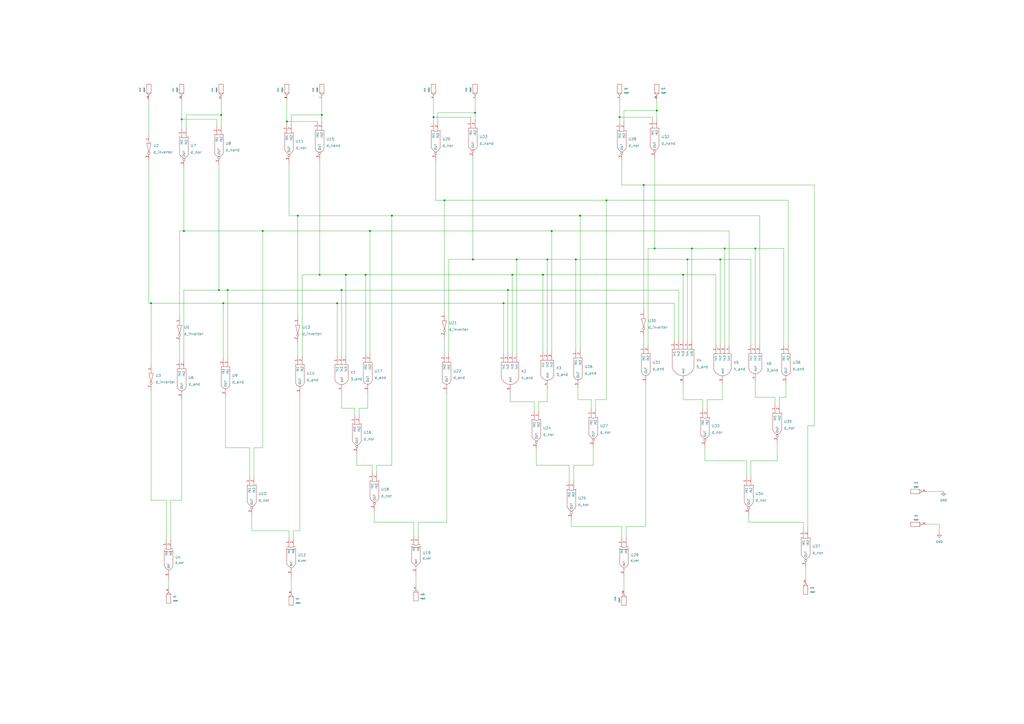
<source format=kicad_sch>
(kicad_sch (version 20211123) (generator eeschema)
  (paper "A2")
  (lib_symbols
    (symbol "eSim_Digital:d_and" (pin_names (offset 1.016))
      (property "Reference" "U" (at 0 0 0))
      (property "Value" "d_and" (at 1.27 2.54 0))
      (symbol "d_and_0_1"
        (polyline (pts (xy 3.81 -1.27) (xy -6.35 -1.27) (xy -6.35 3.81) (xy 3.81 3.81)))
        (arc (start 3.81 -1.27) (mid 5.5897 -0.5171) (end 6.35 1.27))
        (arc (start 6.35 1.27) (mid 5.5971 3.0497) (end 3.81 3.81))
      )
      (symbol "d_and_1_1"
        (pin input line (at -11.43 2.54 0) (length 5.08) (name "IN1") (number "1"))
        (pin input line (at -11.43 0 0) (length 5.08) (name "IN2") (number "2"))
        (pin output line (at 11.43 1.27 180) (length 5.08) (name "OUT") (number "3"))
      )
    )
    (symbol "eSim_Digital:d_inverter" (pin_names (offset 1.016))
      (property "Reference" "U" (at 0 -2.54 0))
      (property "Value" "d_inverter" (at 0 3.81 0))
      (symbol "d_inverter_0_1"
        (polyline (pts (xy -2.54 1.27) (xy -2.54 -1.27) (xy 2.54 0) (xy -2.54 1.27)))
      )
      (symbol "d_inverter_1_1"
        (pin input line (at -7.62 0 0) (length 5.08) (name "~") (number "1"))
        (pin output inverted (at 7.62 0 180) (length 5.08) (name "~") (number "2"))
      )
    )
    (symbol "eSim_Digital:d_nand" (pin_names (offset 1.016))
      (property "Reference" "U" (at 0 0 0))
      (property "Value" "d_nand" (at 1.27 2.54 0))
      (symbol "d_nand_0_1"
        (polyline (pts (xy 3.81 -1.27) (xy -6.35 -1.27) (xy -6.35 3.81) (xy 3.81 3.81)))
        (arc (start 3.81 -1.27) (mid 5.5897 -0.5171) (end 6.35 1.27))
        (arc (start 6.35 1.27) (mid 5.5971 3.0497) (end 3.81 3.81))
      )
      (symbol "d_nand_1_1"
        (pin input line (at -11.43 2.54 0) (length 5.08) (name "IN1") (number "1"))
        (pin input line (at -11.43 0 0) (length 5.08) (name "IN2") (number "2"))
        (pin output inverted (at 11.43 1.27 180) (length 5.08) (name "OUT") (number "3"))
      )
    )
    (symbol "eSim_Digital:d_nor" (pin_names (offset 1.016))
      (property "Reference" "U" (at 0 0 0))
      (property "Value" "d_nor" (at 1.27 2.54 0))
      (symbol "d_nor_0_1"
        (arc (start -6.35 -1.27) (mid -5.7504 1.27) (end -6.35 3.81))
        (polyline (pts (xy -6.35 -1.27) (xy 3.81 -1.27)))
        (polyline (pts (xy -6.35 3.81) (xy 3.81 3.81)))
        (arc (start 3.81 -1.27) (mid 5.3181 -0.2399) (end 6.35 1.27))
        (arc (start 6.35 1.27) (mid 5.2222 2.6828) (end 3.81 3.81))
      )
      (symbol "d_nor_1_1"
        (pin input line (at -11.43 2.54 0) (length 5.461) (name "IN1") (number "1"))
        (pin input line (at -11.43 0 0) (length 5.461) (name "IN2") (number "2"))
        (pin output inverted (at 11.43 1.27 180) (length 5.08) (name "OUT") (number "3"))
      )
    )
    (symbol "eSim_Digital:d_xor" (pin_names (offset 1.016))
      (property "Reference" "U" (at 0 0 0))
      (property "Value" "d_xor" (at 1.27 2.54 0))
      (symbol "d_xor_0_1"
        (arc (start -6.35 -1.27) (mid -5.7504 1.27) (end -6.35 3.81))
        (arc (start -5.08 -1.27) (mid -4.3109 1.27) (end -5.08 3.81))
        (polyline (pts (xy 3.81 -1.27) (xy -5.08 -1.27)))
        (polyline (pts (xy 3.81 3.81) (xy -5.08 3.81)))
        (arc (start 3.81 -1.27) (mid 5.3181 -0.2399) (end 6.35 1.27))
        (arc (start 6.35 1.27) (mid 5.2222 2.6828) (end 3.81 3.81))
      )
      (symbol "d_xor_1_1"
        (pin input line (at -11.43 2.54 0) (length 5.461) (name "IN1") (number "1"))
        (pin input line (at -11.43 0 0) (length 5.461) (name "IN2") (number "2"))
        (pin output line (at 11.43 1.27 180) (length 5.08) (name "OUT") (number "3"))
      )
    )
    (symbol "eSim_Miscellaneous:PORT" (pin_names (offset 1.016))
      (property "Reference" "U" (at 1.27 2.54 0))
      (property "Value" "PORT" (at 0 0 0))
      (symbol "PORT_0_1"
        (rectangle (start -2.54 1.27) (end 2.54 -1.27))
        (arc (start 2.54 1.27) (mid 3.1355 0.5955) (end 3.81 0))
        (arc (start 3.81 0) (mid 3.1447 -0.6046) (end 2.54 -1.27))
      )
      (symbol "PORT_1_1"
        (pin bidirectional line (at 6.35 0 180) (length 2.54) (name "~") (number "1"))
      )
      (symbol "PORT_2_1"
        (pin bidirectional line (at 6.35 0 180) (length 2.54) (name "~") (number "2"))
      )
      (symbol "PORT_3_1"
        (pin bidirectional line (at 6.35 0 180) (length 2.54) (name "~") (number "3"))
      )
      (symbol "PORT_4_1"
        (pin bidirectional line (at 6.35 0 180) (length 2.54) (name "~") (number "4"))
      )
      (symbol "PORT_5_1"
        (pin bidirectional line (at 6.35 0 180) (length 2.54) (name "~") (number "5"))
      )
      (symbol "PORT_6_1"
        (pin bidirectional line (at 6.35 0 180) (length 2.54) (name "~") (number "6"))
      )
      (symbol "PORT_7_1"
        (pin bidirectional line (at 6.35 0 180) (length 2.54) (name "~") (number "7"))
      )
      (symbol "PORT_8_1"
        (pin bidirectional line (at 6.35 0 180) (length 2.54) (name "~") (number "8"))
      )
      (symbol "PORT_9_1"
        (pin bidirectional line (at 6.35 0 180) (length 2.54) (name "~") (number "9"))
      )
      (symbol "PORT_10_1"
        (pin bidirectional line (at 6.35 0 180) (length 2.54) (name "~") (number "10"))
      )
      (symbol "PORT_11_1"
        (pin bidirectional line (at 6.35 0 180) (length 2.54) (name "~") (number "11"))
      )
      (symbol "PORT_12_1"
        (pin bidirectional line (at 6.35 0 180) (length 2.54) (name "~") (number "12"))
      )
      (symbol "PORT_13_1"
        (pin bidirectional line (at 6.35 0 180) (length 2.54) (name "~") (number "13"))
      )
      (symbol "PORT_14_1"
        (pin bidirectional line (at 6.35 0 180) (length 2.54) (name "~") (number "14"))
      )
      (symbol "PORT_15_1"
        (pin bidirectional line (at 6.35 0 180) (length 2.54) (name "~") (number "15"))
      )
      (symbol "PORT_16_1"
        (pin bidirectional line (at 6.35 0 180) (length 2.54) (name "~") (number "16"))
      )
      (symbol "PORT_17_1"
        (pin bidirectional line (at 6.35 0 180) (length 2.54) (name "~") (number "17"))
      )
      (symbol "PORT_18_1"
        (pin bidirectional line (at 6.35 0 180) (length 2.54) (name "~") (number "18"))
      )
      (symbol "PORT_19_1"
        (pin bidirectional line (at 6.35 0 180) (length 2.54) (name "~") (number "19"))
      )
      (symbol "PORT_20_1"
        (pin bidirectional line (at 6.35 0 180) (length 2.54) (name "~") (number "20"))
      )
      (symbol "PORT_21_1"
        (pin bidirectional line (at 6.35 0 180) (length 2.54) (name "~") (number "21"))
      )
      (symbol "PORT_22_1"
        (pin bidirectional line (at 6.35 0 180) (length 2.54) (name "~") (number "22"))
      )
      (symbol "PORT_23_1"
        (pin bidirectional line (at 6.35 0 180) (length 2.54) (name "~") (number "23"))
      )
      (symbol "PORT_24_1"
        (pin bidirectional line (at 6.35 0 180) (length 2.54) (name "~") (number "24"))
      )
      (symbol "PORT_25_1"
        (pin bidirectional line (at 6.35 0 180) (length 2.54) (name "~") (number "25"))
      )
      (symbol "PORT_26_1"
        (pin bidirectional line (at 6.35 0 180) (length 2.54) (name "~") (number "26"))
      )
    )
    (symbol "eSim_Power:eSim_GND" (power) (pin_names (offset 0))
      (property "Value" "eSim_GND" (at 0 -3.81 0))
      (symbol "eSim_GND_0_1"
        (polyline (pts (xy 0 0) (xy 0 -1.27) (xy 1.27 -1.27) (xy 0 -2.54) (xy -1.27 -1.27) (xy 0 -1.27)))
      )
      (symbol "eSim_GND_1_1"
        (pin power_in line (at 0 0 270) (length 0) hide (name "GND") (number "1"))
      )
    )
    (symbol "eSim_Subckt:3_and" (pin_names (offset 1.016))
      (property "Reference" "X" (at 2.54 -1.27 0))
      (property "Value" "3_and" (at 3.81 3.81 0))
      (symbol "3_and_0_1"
        (polyline (pts (xy -3.81 5.08) (xy 5.08 5.08)))
        (polyline (pts (xy -3.81 5.08) (xy -3.81 -2.54) (xy 5.08 -2.54)))
        (arc (start 5.08 -2.54) (mid 7.8261 1.27) (end 5.08 5.08))
      )
      (symbol "3_and_1_1"
        (pin input line (at -8.89 3.81 0) (length 5.08) (name "in1") (number "1"))
        (pin input line (at -8.89 1.27 0) (length 5.08) (name "in2") (number "2"))
        (pin input line (at -8.89 -1.27 0) (length 5.08) (name "in3") (number "3"))
        (pin output line (at 12.7 1.27 180) (length 5.08) (name "out") (number "4"))
      )
    )
    (symbol "eSim_Subckt:4_and" (pin_names (offset 1.016))
      (property "Reference" "X" (at 1.27 -1.27 0))
      (property "Value" "4_and" (at 2.54 2.54 0))
      (symbol "4_and_0_1"
        (polyline (pts (xy -5.08 5.08) (xy 3.81 5.08)))
        (polyline (pts (xy -5.08 5.08) (xy -5.08 -5.08) (xy 1.27 -5.08) (xy 3.81 -5.08)))
        (arc (start 3.81 -5.08) (mid 7.7763 0) (end 3.81 5.08))
      )
      (symbol "4_and_1_1"
        (pin input line (at -10.16 3.81 0) (length 5.08) (name "in1") (number "1"))
        (pin input line (at -10.16 1.27 0) (length 5.08) (name "in2") (number "2"))
        (pin input line (at -10.16 -1.27 0) (length 5.08) (name "in3") (number "3"))
        (pin input line (at -10.16 -3.81 0) (length 5.08) (name "in4") (number "4"))
        (pin output line (at 12.7 0 180) (length 5.08) (name "out") (number "5"))
      )
    )
    (symbol "eSim_Subckt:5_and" (pin_names (offset 1.016))
      (property "Reference" "X" (at 1.27 -2.54 0))
      (property "Value" "5_and" (at 2.54 3.81 0))
      (symbol "5_and_0_1"
        (polyline (pts (xy -6.35 6.35) (xy 3.81 6.35)))
        (polyline (pts (xy -6.35 6.35) (xy -6.35 -6.35) (xy 3.81 -6.35)))
        (arc (start 3.81 -6.35) (mid 9.0158 0) (end 3.81 6.35))
      )
      (symbol "5_and_1_1"
        (pin input line (at -11.43 5.08 0) (length 5.08) (name "in1") (number "1"))
        (pin input line (at -11.43 2.54 0) (length 5.08) (name "in2") (number "2"))
        (pin input line (at -11.43 0 0) (length 5.08) (name "in3") (number "3"))
        (pin input line (at -11.43 -2.54 0) (length 5.08) (name "in4") (number "4"))
        (pin input line (at -11.43 -5.08 0) (length 5.08) (name "in5") (number "5"))
        (pin output line (at 13.97 0 180) (length 5.08) (name "out") (number "6"))
      )
    )
  )
  (junction (at 292.1 175.895))
  (junction (at 106.68 133.985))
  (junction (at 186.69 66.675))
  (junction (at 334.01 150.495))
  (junction (at 379.73 144.145))
  (junction (at 128.27 66.675))
  (junction (at 351.79 116.205))
  (junction (at 359.41 67.945))
  (junction (at 396.24 159.385))
  (junction (at 438.15 144.145))
  (junction (at 314.96 159.385))
  (junction (at 214.63 133.985))
  (junction (at 87.63 175.895))
  (junction (at 336.55 125.095))
  (junction (at 299.72 150.495))
  (junction (at 417.83 150.495))
  (junction (at 227.33 125.095))
  (junction (at 251.46 67.945))
  (junction (at 132.08 168.275))
  (junction (at 294.64 168.275))
  (junction (at 185.42 159.385))
  (junction (at 127 168.275))
  (junction (at 129.54 175.895))
  (junction (at 195.58 175.895))
  (junction (at 381 64.135))
  (junction (at 152.4 133.985))
  (junction (at 198.12 168.275))
  (junction (at 105.41 69.215))
  (junction (at 320.04 133.985))
  (junction (at 373.38 107.315))
  (junction (at 401.32 144.145))
  (junction (at 398.78 150.495))
  (junction (at 274.32 150.495))
  (junction (at 317.5 150.495))
  (junction (at 212.09 159.385))
  (junction (at 172.72 125.095))
  (junction (at 257.81 116.205))
  (junction (at 275.59 65.405))
  (junction (at 297.18 159.385))
  (junction (at 420.37 144.145))
  (junction (at 166.37 70.485))
  (junction (at 200.66 159.385))
  (wire (pts (xy 345.44 236.855) (xy 345.44 231.775)))
  (wire (pts (xy 314.96 159.385) (xy 314.96 203.835)))
  (wire (pts (xy 537.21 285.115) (xy 547.37 285.115)))
  (wire (pts (xy 401.32 144.145) (xy 420.37 144.145)))
  (wire (pts (xy 86.36 93.345) (xy 86.36 175.895)))
  (wire (pts (xy 419.1 222.885) (xy 419.1 231.775)))
  (wire (pts (xy 433.07 267.335) (xy 433.07 276.225)))
  (wire (pts (xy 242.57 302.895) (xy 259.08 302.895)))
  (wire (pts (xy 378.46 67.945) (xy 359.41 67.945)))
  (wire (pts (xy 396.24 231.775) (xy 407.67 231.775)))
  (wire (pts (xy 106.68 168.275) (xy 127 168.275)))
  (wire (pts (xy 106.68 133.985) (xy 152.4 133.985)))
  (wire (pts (xy 242.57 310.515) (xy 242.57 302.895)))
  (wire (pts (xy 434.34 302.895) (xy 466.09 302.895)))
  (wire (pts (xy 312.42 233.045) (xy 317.5 233.045)))
  (wire (pts (xy 186.69 66.675) (xy 186.69 70.485)))
  (wire (pts (xy 314.96 159.385) (xy 396.24 159.385)))
  (wire (pts (xy 213.36 227.965) (xy 213.36 236.855)))
  (wire (pts (xy 420.37 144.145) (xy 438.15 144.145)))
  (wire (pts (xy 544.83 304.165) (xy 544.83 309.245)))
  (wire (pts (xy 175.26 159.385) (xy 175.26 206.375)))
  (wire (pts (xy 128.27 57.785) (xy 128.27 66.675)))
  (wire (pts (xy 438.15 230.505) (xy 449.58 230.505)))
  (wire (pts (xy 292.1 175.895) (xy 292.1 205.105)))
  (wire (pts (xy 401.32 144.145) (xy 401.32 197.485)))
  (wire (pts (xy 195.58 175.895) (xy 292.1 175.895)))
  (wire (pts (xy 105.41 290.195) (xy 99.06 290.195)))
  (wire (pts (xy 104.14 198.755) (xy 104.14 208.915)))
  (wire (pts (xy 299.72 150.495) (xy 274.32 150.495)))
  (wire (pts (xy 167.64 307.975) (xy 167.64 311.785)))
  (wire (pts (xy 198.12 236.855) (xy 205.74 236.855)))
  (wire (pts (xy 438.15 221.615) (xy 438.15 230.505)))
  (wire (pts (xy 170.18 307.975) (xy 170.18 311.785)))
  (wire (pts (xy 410.21 231.775) (xy 419.1 231.775)))
  (wire (pts (xy 467.36 329.565) (xy 467.36 335.915)))
  (wire (pts (xy 104.14 133.985) (xy 106.68 133.985)))
  (wire (pts (xy 312.42 238.125) (xy 312.42 233.045)))
  (wire (pts (xy 215.9 269.875) (xy 215.9 273.685)))
  (wire (pts (xy 240.03 302.895) (xy 240.03 310.515)))
  (wire (pts (xy 299.72 205.105) (xy 299.72 150.495)))
  (wire (pts (xy 198.12 227.965) (xy 198.12 236.855)))
  (wire (pts (xy 87.63 226.695) (xy 87.63 290.195)))
  (wire (pts (xy 218.44 273.685) (xy 218.44 269.875)))
  (wire (pts (xy 208.28 240.665) (xy 208.28 236.855)))
  (wire (pts (xy 257.81 196.215) (xy 257.81 205.105)))
  (wire (pts (xy 332.74 278.765) (xy 332.74 269.875)))
  (wire (pts (xy 398.78 150.495) (xy 398.78 197.485)))
  (wire (pts (xy 342.9 236.855) (xy 342.9 231.775)))
  (wire (pts (xy 274.32 92.075) (xy 274.32 150.495)))
  (wire (pts (xy 417.83 150.495) (xy 417.83 200.025)))
  (wire (pts (xy 105.41 231.775) (xy 105.41 290.195)))
  (wire (pts (xy 172.72 125.095) (xy 227.33 125.095)))
  (wire (pts (xy 207.01 269.875) (xy 215.9 269.875)))
  (wire (pts (xy 129.54 175.895) (xy 129.54 207.645)))
  (wire (pts (xy 254 65.405) (xy 275.59 65.405)))
  (wire (pts (xy 129.54 175.895) (xy 195.58 175.895)))
  (wire (pts (xy 218.44 269.875) (xy 227.33 269.875)))
  (wire (pts (xy 434.34 299.085) (xy 434.34 302.895)))
  (wire (pts (xy 125.73 73.025) (xy 125.73 69.215)))
  (wire (pts (xy 351.79 116.205) (xy 351.79 231.775)))
  (wire (pts (xy 207.01 263.525) (xy 207.01 269.875)))
  (wire (pts (xy 294.64 168.275) (xy 393.7 168.275)))
  (wire (pts (xy 217.17 296.545) (xy 217.17 302.895)))
  (wire (pts (xy 99.06 290.195) (xy 99.06 313.055)))
  (wire (pts (xy 373.38 194.945) (xy 373.38 200.025)))
  (wire (pts (xy 105.41 69.215) (xy 105.41 74.295)))
  (wire (pts (xy 257.81 116.205) (xy 351.79 116.205)))
  (wire (pts (xy 200.66 159.385) (xy 212.09 159.385)))
  (wire (pts (xy 363.22 311.785) (xy 363.22 305.435)))
  (wire (pts (xy 417.83 150.495) (xy 435.61 150.495)))
  (wire (pts (xy 146.05 307.975) (xy 167.64 307.975)))
  (wire (pts (xy 454.66 144.145) (xy 454.66 200.025)))
  (wire (pts (xy 205.74 236.855) (xy 205.74 240.665)))
  (wire (pts (xy 167.64 125.095) (xy 172.72 125.095)))
  (wire (pts (xy 252.73 93.345) (xy 252.73 116.205)))
  (wire (pts (xy 128.27 66.675) (xy 128.27 73.025)))
  (wire (pts (xy 132.08 168.275) (xy 198.12 168.275)))
  (wire (pts (xy 359.41 67.945) (xy 359.41 70.485)))
  (wire (pts (xy 407.67 231.775) (xy 407.67 236.855)))
  (wire (pts (xy 361.95 70.485) (xy 361.95 64.135)))
  (wire (pts (xy 295.91 233.045) (xy 309.88 233.045)))
  (wire (pts (xy 198.12 168.275) (xy 294.64 168.275)))
  (wire (pts (xy 254 70.485) (xy 254 65.405)))
  (wire (pts (xy 87.63 175.895) (xy 87.63 211.455)))
  (wire (pts (xy 144.78 259.715) (xy 130.81 259.715)))
  (wire (pts (xy 468.63 306.705) (xy 468.63 247.015)))
  (wire (pts (xy 105.41 57.785) (xy 105.41 69.215)))
  (wire (pts (xy 273.05 67.945) (xy 251.46 67.945)))
  (wire (pts (xy 450.85 257.175) (xy 450.85 267.335)))
  (wire (pts (xy 452.12 234.315) (xy 452.12 230.505)))
  (wire (pts (xy 363.22 305.435) (xy 374.65 305.435)))
  (wire (pts (xy 166.37 57.785) (xy 166.37 70.485)))
  (wire (pts (xy 334.01 150.495) (xy 334.01 202.565)))
  (wire (pts (xy 107.95 74.295) (xy 107.95 66.675)))
  (wire (pts (xy 391.16 197.485) (xy 391.16 175.895)))
  (wire (pts (xy 212.09 159.385) (xy 212.09 205.105)))
  (wire (pts (xy 374.65 222.885) (xy 374.65 305.435)))
  (wire (pts (xy 147.32 276.225) (xy 147.32 259.715)))
  (wire (pts (xy 168.91 71.755) (xy 168.91 66.675)))
  (wire (pts (xy 331.47 305.435) (xy 360.68 305.435)))
  (wire (pts (xy 345.44 231.775) (xy 351.79 231.775)))
  (wire (pts (xy 360.68 305.435) (xy 360.68 311.785)))
  (wire (pts (xy 195.58 175.895) (xy 195.58 206.375)))
  (wire (pts (xy 420.37 144.145) (xy 420.37 200.025)))
  (wire (pts (xy 167.64 94.615) (xy 167.64 125.095)))
  (wire (pts (xy 152.4 133.985) (xy 152.4 259.715)))
  (wire (pts (xy 107.95 66.675) (xy 128.27 66.675)))
  (wire (pts (xy 317.5 150.495) (xy 317.5 203.835)))
  (wire (pts (xy 537.21 304.165) (xy 544.83 304.165)))
  (wire (pts (xy 260.35 205.105) (xy 260.35 150.495)))
  (wire (pts (xy 172.72 198.755) (xy 172.72 206.375)))
  (wire (pts (xy 297.18 159.385) (xy 314.96 159.385)))
  (wire (pts (xy 336.55 125.095) (xy 440.69 125.095)))
  (wire (pts (xy 166.37 70.485) (xy 166.37 71.755)))
  (wire (pts (xy 344.17 259.715) (xy 344.17 269.875)))
  (wire (pts (xy 104.14 183.515) (xy 104.14 133.985)))
  (wire (pts (xy 381 64.135) (xy 381 69.215)))
  (wire (pts (xy 457.2 116.205) (xy 457.2 200.025)))
  (wire (pts (xy 438.15 144.145) (xy 454.66 144.145)))
  (wire (pts (xy 375.92 144.145) (xy 379.73 144.145)))
  (wire (pts (xy 144.78 259.715) (xy 144.78 276.225)))
  (wire (pts (xy 200.66 159.385) (xy 185.42 159.385)))
  (wire (pts (xy 106.68 97.155) (xy 106.68 133.985)))
  (wire (pts (xy 251.46 67.945) (xy 251.46 70.485)))
  (wire (pts (xy 334.01 150.495) (xy 398.78 150.495)))
  (wire (pts (xy 106.68 168.275) (xy 106.68 208.915)))
  (wire (pts (xy 373.38 107.315) (xy 373.38 179.705)))
  (wire (pts (xy 175.26 159.385) (xy 185.42 159.385)))
  (wire (pts (xy 361.95 64.135) (xy 381 64.135)))
  (wire (pts (xy 87.63 290.195) (xy 96.52 290.195)))
  (wire (pts (xy 351.79 116.205) (xy 457.2 116.205)))
  (wire (pts (xy 309.88 233.045) (xy 309.88 238.125)))
  (wire (pts (xy 132.08 207.645) (xy 132.08 168.275)))
  (wire (pts (xy 273.05 69.215) (xy 273.05 67.945)))
  (wire (pts (xy 415.29 200.025) (xy 415.29 159.385)))
  (wire (pts (xy 311.15 269.875) (xy 330.2 269.875)))
  (wire (pts (xy 378.46 69.215) (xy 378.46 67.945)))
  (wire (pts (xy 198.12 168.275) (xy 198.12 206.375)))
  (wire (pts (xy 146.05 299.085) (xy 146.05 307.975)))
  (wire (pts (xy 330.2 278.765) (xy 330.2 269.875)))
  (wire (pts (xy 311.15 260.985) (xy 311.15 269.875)))
  (wire (pts (xy 87.63 175.895) (xy 129.54 175.895)))
  (wire (pts (xy 317.5 150.495) (xy 334.01 150.495)))
  (wire (pts (xy 275.59 57.785) (xy 275.59 65.405)))
  (wire (pts (xy 227.33 125.095) (xy 336.55 125.095)))
  (wire (pts (xy 214.63 133.985) (xy 320.04 133.985)))
  (wire (pts (xy 152.4 133.985) (xy 214.63 133.985)))
  (wire (pts (xy 379.73 92.075) (xy 379.73 144.145)))
  (wire (pts (xy 466.09 302.895) (xy 466.09 306.705)))
  (wire (pts (xy 393.7 197.485) (xy 393.7 168.275)))
  (wire (pts (xy 186.69 57.785) (xy 186.69 66.675)))
  (wire (pts (xy 200.66 206.375) (xy 200.66 159.385)))
  (wire (pts (xy 335.28 231.775) (xy 342.9 231.775)))
  (wire (pts (xy 227.33 125.095) (xy 227.33 269.875)))
  (wire (pts (xy 332.74 269.875) (xy 344.17 269.875)))
  (wire (pts (xy 320.04 133.985) (xy 422.91 133.985)))
  (wire (pts (xy 147.32 259.715) (xy 152.4 259.715)))
  (wire (pts (xy 361.95 334.645) (xy 361.95 342.265)))
  (wire (pts (xy 217.17 302.895) (xy 240.03 302.895)))
  (wire (pts (xy 252.73 116.205) (xy 257.81 116.205)))
  (wire (pts (xy 396.24 222.885) (xy 396.24 231.775)))
  (wire (pts (xy 398.78 150.495) (xy 417.83 150.495)))
  (wire (pts (xy 297.18 159.385) (xy 297.18 205.105)))
  (wire (pts (xy 86.36 57.785) (xy 86.36 78.105)))
  (wire (pts (xy 275.59 65.405) (xy 275.59 69.215)))
  (wire (pts (xy 127 95.885) (xy 127 168.275)))
  (wire (pts (xy 295.91 227.965) (xy 295.91 233.045)))
  (wire (pts (xy 208.28 236.855) (xy 213.36 236.855)))
  (wire (pts (xy 299.72 150.495) (xy 317.5 150.495)))
  (wire (pts (xy 468.63 247.015) (xy 472.44 247.015)))
  (wire (pts (xy 86.36 175.895) (xy 87.63 175.895)))
  (wire (pts (xy 251.46 57.785) (xy 251.46 67.945)))
  (wire (pts (xy 214.63 133.985) (xy 214.63 205.105)))
  (wire (pts (xy 96.52 290.195) (xy 96.52 313.055)))
  (wire (pts (xy 373.38 107.315) (xy 472.44 107.315)))
  (wire (pts (xy 472.44 107.315) (xy 472.44 247.015)))
  (wire (pts (xy 185.42 93.345) (xy 185.42 159.385)))
  (wire (pts (xy 379.73 144.145) (xy 401.32 144.145)))
  (wire (pts (xy 331.47 301.625) (xy 331.47 305.435)))
  (wire (pts (xy 449.58 234.315) (xy 449.58 230.505)))
  (wire (pts (xy 410.21 236.855) (xy 410.21 231.775)))
  (wire (pts (xy 438.15 144.145) (xy 438.15 200.025)))
  (wire (pts (xy 435.61 276.225) (xy 435.61 267.335)))
  (wire (pts (xy 130.81 259.715) (xy 130.81 230.505)))
  (wire (pts (xy 259.08 227.965) (xy 259.08 302.895)))
  (wire (pts (xy 212.09 159.385) (xy 297.18 159.385)))
  (wire (pts (xy 440.69 125.095) (xy 440.69 200.025)))
  (wire (pts (xy 381 57.785) (xy 381 64.135)))
  (wire (pts (xy 435.61 267.335) (xy 450.85 267.335)))
  (wire (pts (xy 396.24 159.385) (xy 415.29 159.385)))
  (wire (pts (xy 455.93 222.885) (xy 455.93 230.505)))
  (wire (pts (xy 166.37 70.485) (xy 184.15 70.485)))
  (wire (pts (xy 422.91 133.985) (xy 422.91 200.025)))
  (wire (pts (xy 173.99 229.235) (xy 173.99 307.975)))
  (wire (pts (xy 294.64 168.275) (xy 294.64 205.105)))
  (wire (pts (xy 168.91 66.675) (xy 186.69 66.675)))
  (wire (pts (xy 359.41 57.785) (xy 359.41 67.945)))
  (wire (pts (xy 335.28 225.425) (xy 335.28 231.775)))
  (wire (pts (xy 396.24 159.385) (xy 396.24 197.485)))
  (wire (pts (xy 132.08 168.275) (xy 127 168.275)))
  (wire (pts (xy 173.99 307.975) (xy 170.18 307.975)))
  (wire (pts (xy 317.5 225.425) (xy 317.5 233.045)))
  (wire (pts (xy 408.94 259.715) (xy 408.94 267.335)))
  (wire (pts (xy 125.73 69.215) (xy 105.41 69.215)))
  (wire (pts (xy 168.91 334.645) (xy 168.91 342.265)))
  (wire (pts (xy 241.3 333.375) (xy 241.3 339.725)))
  (wire (pts (xy 452.12 230.505) (xy 455.93 230.505)))
  (wire (pts (xy 257.81 116.205) (xy 257.81 180.975)))
  (wire (pts (xy 172.72 125.095) (xy 172.72 183.515)))
  (wire (pts (xy 360.68 107.315) (xy 373.38 107.315)))
  (wire (pts (xy 336.55 125.095) (xy 336.55 202.565)))
  (wire (pts (xy 435.61 200.025) (xy 435.61 150.495)))
  (wire (pts (xy 97.79 335.915) (xy 97.79 340.995)))
  (wire (pts (xy 320.04 133.985) (xy 320.04 203.835)))
  (wire (pts (xy 292.1 175.895) (xy 391.16 175.895)))
  (wire (pts (xy 260.35 150.495) (xy 274.32 150.495)))
  (wire (pts (xy 360.68 93.345) (xy 360.68 107.315)))
  (wire (pts (xy 375.92 144.145) (xy 375.92 200.025)))
  (wire (pts (xy 408.94 267.335) (xy 433.07 267.335)))
  (symbol (lib_id "eSim_Digital:d_nor") (at 435.61 287.655 90) (mirror x) (unit 1)
    (property "Reference" "U34" (at 438.15 286.385 90) (effects (font (size 1.524 1.524)) (justify right)))
    (property "Value" "d_nor" (at 438.15 290.195 90) (effects (font (size 1.524 1.524)) (justify right)))
  )
  (symbol (lib_id "eSim_Digital:d_inverter") (at 87.63 219.075 90) (mirror x) (unit 1)
    (property "Reference" "U3" (at 90.17 217.805 90) (effects (font (size 1.524 1.524)) (justify right)))
    (property "Value" "d_inverter" (at 90.17 221.615 90) (effects (font (size 1.524 1.524)) (justify right)))
  )
  (symbol (lib_id "eSim_Miscellaneous:PORT") (at 86.36 51.435 90) (mirror x) (unit 13)
    (property "Reference" "U1" (at 81.28 52.07 0) (effects (font (size 0.762 0.762))))
    (property "Value" "PORT" (at 83.82 52.07 0) (effects (font (size 0.762 0.762))))
  )
  (symbol (lib_id "eSim_Miscellaneous:PORT") (at 97.79 347.345 90) (unit 9)
    (property "Reference" "U1" (at 100.33 346.075 90) (effects (font (size 0.762 0.762)) (justify right)))
    (property "Value" "PORT" (at 100.33 348.615 90) (effects (font (size 0.762 0.762)) (justify right)))
  )
  (symbol (lib_id "eSim_Digital:d_nor") (at 468.63 318.135 90) (mirror x) (unit 1)
    (property "Reference" "U37" (at 471.17 316.865 90) (effects (font (size 1.524 1.524)) (justify right)))
    (property "Value" "d_nor" (at 471.17 320.675 90) (effects (font (size 1.524 1.524)) (justify right)))
  )
  (symbol (lib_id "eSim_Digital:d_xor") (at 242.57 321.945 90) (mirror x) (unit 1)
    (property "Reference" "U19" (at 245.11 320.675 90) (effects (font (size 1.524 1.524)) (justify right)))
    (property "Value" "d_xor" (at 245.11 323.85 90) (effects (font (size 1.1938 1.1938)) (justify right)))
  )
  (symbol (lib_id "eSim_Digital:d_nor") (at 107.95 85.725 90) (mirror x) (unit 1)
    (property "Reference" "U7" (at 110.49 84.455 90) (effects (font (size 1.524 1.524)) (justify right)))
    (property "Value" "d_nor" (at 110.49 88.265 90) (effects (font (size 1.524 1.524)) (justify right)))
  )
  (symbol (lib_id "eSim_Digital:d_nor") (at 168.91 83.185 90) (mirror x) (unit 1)
    (property "Reference" "U11" (at 171.45 81.915 90) (effects (font (size 1.524 1.524)) (justify right)))
    (property "Value" "d_nor" (at 171.45 85.725 90) (effects (font (size 1.524 1.524)) (justify right)))
  )
  (symbol (lib_id "eSim_Miscellaneous:PORT") (at 251.46 51.435 90) (mirror x) (unit 3)
    (property "Reference" "U1" (at 246.38 52.07 0) (effects (font (size 0.762 0.762))))
    (property "Value" "PORT" (at 248.92 52.07 0) (effects (font (size 0.762 0.762))))
  )
  (symbol (lib_id "eSim_Miscellaneous:PORT") (at 128.27 51.435 90) (mirror x) (unit 11)
    (property "Reference" "U1" (at 123.19 52.07 0) (effects (font (size 0.762 0.762))))
    (property "Value" "PORT" (at 125.73 52.07 0) (effects (font (size 0.762 0.762))))
  )
  (symbol (lib_id "eSim_Digital:d_nor") (at 254 81.915 90) (mirror x) (unit 1)
    (property "Reference" "U20" (at 256.54 80.645 90) (effects (font (size 1.524 1.524)) (justify right)))
    (property "Value" "d_nor" (at 256.54 84.455 90) (effects (font (size 1.524 1.524)) (justify right)))
  )
  (symbol (lib_id "eSim_Digital:d_xor") (at 363.22 323.215 90) (mirror x) (unit 1)
    (property "Reference" "U29" (at 365.76 321.945 90) (effects (font (size 1.524 1.524)) (justify right)))
    (property "Value" "d_xor" (at 365.76 325.12 90) (effects (font (size 1.1938 1.1938)) (justify right)))
  )
  (symbol (lib_id "eSim_Digital:d_and") (at 214.63 216.535 90) (mirror x) (unit 1)
    (property "Reference" "U17" (at 217.17 215.265 90) (effects (font (size 1.524 1.524)) (justify right)))
    (property "Value" "d_and" (at 217.17 219.075 90) (effects (font (size 1.524 1.524)) (justify right)))
  )
  (symbol (lib_id "eSim_Miscellaneous:PORT") (at 530.86 285.115 0) (unit 5)
    (property "Reference" "U1" (at 531.495 280.035 0) (effects (font (size 0.762 0.762))))
    (property "Value" "PORT" (at 531.495 282.575 0) (effects (font (size 0.762 0.762))))
  )
  (symbol (lib_id "eSim_Subckt:5_and") (at 396.24 208.915 90) (mirror x) (unit 1)
    (property "Reference" "X4" (at 403.86 208.9779 90) (effects (font (size 1.524 1.524)) (justify right)))
    (property "Value" "5_and" (at 403.86 212.7879 90) (effects (font (size 1.524 1.524)) (justify right)))
  )
  (symbol (lib_id "eSim_Miscellaneous:PORT") (at 361.95 348.615 90) (unit 15)
    (property "Reference" "U1" (at 356.87 347.345 0) (effects (font (size 0.762 0.762))))
    (property "Value" "PORT" (at 359.41 347.98 0) (effects (font (size 0.762 0.762))))
  )
  (symbol (lib_id "eSim_Miscellaneous:PORT") (at 275.59 51.435 90) (mirror x) (unit 4)
    (property "Reference" "U1" (at 270.51 52.07 0) (effects (font (size 0.762 0.762))))
    (property "Value" "PORT" (at 273.05 52.07 0) (effects (font (size 0.762 0.762))))
  )
  (symbol (lib_id "eSim_Miscellaneous:PORT") (at 166.37 51.435 90) (mirror x) (unit 8)
    (property "Reference" "U1" (at 161.29 52.07 0) (effects (font (size 0.762 0.762))))
    (property "Value" "PORT" (at 163.83 52.07 0) (effects (font (size 0.762 0.762))))
  )
  (symbol (lib_id "eSim_Digital:d_nand") (at 275.59 80.645 90) (mirror x) (unit 1)
    (property "Reference" "U23" (at 278.13 79.375 90) (effects (font (size 1.524 1.524)) (justify right)))
    (property "Value" "d_nand" (at 278.13 83.185 90) (effects (font (size 1.524 1.524)) (justify right)))
  )
  (symbol (lib_id "eSim_Subckt:4_and") (at 419.1 210.185 90) (mirror x) (unit 1)
    (property "Reference" "X5" (at 425.45 210.2631 90) (effects (font (size 1.524 1.524)) (justify right)))
    (property "Value" "4_and" (at 425.45 214.0731 90) (effects (font (size 1.524 1.524)) (justify right)))
  )
  (symbol (lib_id "eSim_Miscellaneous:PORT") (at 530.86 304.165 0) (unit 12)
    (property "Reference" "U1" (at 531.495 299.085 0) (effects (font (size 0.762 0.762))))
    (property "Value" "PORT" (at 531.495 301.625 0) (effects (font (size 0.762 0.762))))
  )
  (symbol (lib_id "eSim_Digital:d_nor") (at 452.12 245.745 90) (mirror x) (unit 1)
    (property "Reference" "U35" (at 454.66 244.475 90) (effects (font (size 1.524 1.524)) (justify right)))
    (property "Value" "d_nor" (at 454.66 248.285 90) (effects (font (size 1.524 1.524)) (justify right)))
  )
  (symbol (lib_id "eSim_Digital:d_xor") (at 99.06 324.485 90) (mirror x) (unit 1)
    (property "Reference" "U4" (at 101.6 323.215 90) (effects (font (size 1.524 1.524)) (justify right)))
    (property "Value" "d_xor" (at 101.6 326.39 90) (effects (font (size 1.1938 1.1938)) (justify right)))
  )
  (symbol (lib_id "eSim_Power:eSim_GND") (at 544.83 309.245 0) (unit 1)
    (property "Reference" "#PWR02" (effects hide))
    (property "Value" "eSim_GND" (at 544.83 314.325 0))
  )
  (symbol (lib_id "eSim_Digital:d_inverter") (at 86.36 85.725 90) (mirror x) (unit 1)
    (property "Reference" "U2" (at 88.9 84.455 90) (effects (font (size 1.524 1.524)) (justify right)))
    (property "Value" "d_inverter" (at 88.9 88.265 90) (effects (font (size 1.524 1.524)) (justify right)))
  )
  (symbol (lib_id "eSim_Digital:d_nor") (at 147.32 287.655 90) (mirror x) (unit 1)
    (property "Reference" "U10" (at 149.86 286.385 90) (effects (font (size 1.524 1.524)) (justify right)))
    (property "Value" "d_nor" (at 149.86 290.195 90) (effects (font (size 1.524 1.524)) (justify right)))
  )
  (symbol (lib_id "eSim_Digital:d_inverter") (at 257.81 188.595 90) (mirror x) (unit 1)
    (property "Reference" "U21" (at 260.35 187.325 90) (effects (font (size 1.524 1.524)) (justify right)))
    (property "Value" "d_inverter" (at 260.35 191.135 90) (effects (font (size 1.524 1.524)) (justify right)))
  )
  (symbol (lib_id "eSim_Subckt:4_and") (at 295.91 215.265 90) (mirror x) (unit 1)
    (property "Reference" "X2" (at 302.26 215.3431 90) (effects (font (size 1.524 1.524)) (justify right)))
    (property "Value" "4_and" (at 302.26 219.1531 90) (effects (font (size 1.524 1.524)) (justify right)))
  )
  (symbol (lib_id "eSim_Miscellaneous:PORT") (at 168.91 348.615 90) (unit 6)
    (property "Reference" "U1" (at 171.45 347.345 90) (effects (font (size 0.762 0.762)) (justify right)))
    (property "Value" "PORT" (at 171.45 349.885 90) (effects (font (size 0.762 0.762)) (justify right)))
  )
  (symbol (lib_id "eSim_Digital:d_nor") (at 410.21 248.285 90) (mirror x) (unit 1)
    (property "Reference" "U33" (at 412.75 247.015 90) (effects (font (size 1.524 1.524)) (justify right)))
    (property "Value" "d_nor" (at 412.75 250.825 90) (effects (font (size 1.524 1.524)) (justify right)))
  )
  (symbol (lib_id "eSim_Digital:d_and") (at 257.81 216.535 270) (unit 1)
    (property "Reference" "U22" (at 262.89 215.265 90) (effects (font (size 1.524 1.524)) (justify left)))
    (property "Value" "d_and" (at 262.89 219.075 90) (effects (font (size 1.524 1.524)) (justify left)))
  )
  (symbol (lib_id "eSim_Digital:d_inverter") (at 373.38 187.325 90) (mirror x) (unit 1)
    (property "Reference" "U30" (at 375.92 186.055 90) (effects (font (size 1.524 1.524)) (justify right)))
    (property "Value" "d_inverter" (at 375.92 189.865 90) (effects (font (size 1.524 1.524)) (justify right)))
  )
  (symbol (lib_id "eSim_Digital:d_nor") (at 332.74 290.195 90) (mirror x) (unit 1)
    (property "Reference" "U25" (at 335.28 288.925 90) (effects (font (size 1.524 1.524)) (justify right)))
    (property "Value" "d_nor" (at 335.28 292.735 90) (effects (font (size 1.524 1.524)) (justify right)))
  )
  (symbol (lib_id "eSim_Digital:d_nor") (at 312.42 249.555 90) (mirror x) (unit 1)
    (property "Reference" "U24" (at 314.96 248.285 90) (effects (font (size 1.524 1.524)) (justify right)))
    (property "Value" "d_nor" (at 314.96 252.095 90) (effects (font (size 1.524 1.524)) (justify right)))
  )
  (symbol (lib_id "eSim_Miscellaneous:PORT") (at 359.41 51.435 90) (mirror x) (unit 1)
    (property "Reference" "U1" (at 361.95 51.435 90) (effects (font (size 0.762 0.762)) (justify right)))
    (property "Value" "PORT" (at 361.95 53.975 90) (effects (font (size 0.762 0.762)) (justify right)))
  )
  (symbol (lib_id "eSim_Miscellaneous:PORT") (at 467.36 342.265 90) (unit 14)
    (property "Reference" "U1" (at 469.9 340.995 90) (effects (font (size 0.762 0.762)) (justify right)))
    (property "Value" "PORT" (at 469.9 343.535 90) (effects (font (size 0.762 0.762)) (justify right)))
  )
  (symbol (lib_id "eSim_Digital:d_inverter") (at 172.72 191.135 90) (mirror x) (unit 1)
    (property "Reference" "U13" (at 175.26 189.865 90) (effects (font (size 1.524 1.524)) (justify right)))
    (property "Value" "d_inverter" (at 175.26 193.675 90) (effects (font (size 1.524 1.524)) (justify right)))
  )
  (symbol (lib_id "eSim_Digital:d_nand") (at 128.27 84.455 90) (mirror x) (unit 1)
    (property "Reference" "U8" (at 130.81 83.185 90) (effects (font (size 1.524 1.524)) (justify right)))
    (property "Value" "d_nand" (at 130.81 86.995 90) (effects (font (size 1.524 1.524)) (justify right)))
  )
  (symbol (lib_id "eSim_Digital:d_nand") (at 381 80.645 90) (mirror x) (unit 1)
    (property "Reference" "U32" (at 383.54 79.375 90) (effects (font (size 1.524 1.524)) (justify right)))
    (property "Value" "d_nand" (at 383.54 83.185 90) (effects (font (size 1.524 1.524)) (justify right)))
  )
  (symbol (lib_id "eSim_Digital:d_nor") (at 361.95 81.915 90) (mirror x) (unit 1)
    (property "Reference" "U28" (at 364.49 80.645 90) (effects (font (size 1.524 1.524)) (justify right)))
    (property "Value" "d_nor" (at 364.49 84.455 90) (effects (font (size 1.524 1.524)) (justify right)))
  )
  (symbol (lib_id "eSim_Digital:d_and") (at 336.55 213.995 90) (mirror x) (unit 1)
    (property "Reference" "U26" (at 339.09 212.725 90) (effects (font (size 1.524 1.524)) (justify right)))
    (property "Value" "d_and" (at 339.09 216.535 90) (effects (font (size 1.524 1.524)) (justify right)))
  )
  (symbol (lib_id "eSim_Miscellaneous:PORT") (at 381 51.435 90) (mirror x) (unit 16)
    (property "Reference" "U1" (at 383.54 51.435 90) (effects (font (size 0.762 0.762)) (justify right)))
    (property "Value" "PORT" (at 383.54 53.975 90) (effects (font (size 0.762 0.762)) (justify right)))
  )
  (symbol (lib_id "eSim_Subckt:3_and") (at 199.39 215.265 90) (mirror x) (unit 1)
    (property "Reference" "X1" (at 203.2 216.003 90) (effects (font (size 1.524 1.524)) (justify right)))
    (property "Value" "3_and" (at 203.2 219.813 90) (effects (font (size 1.524 1.524)) (justify right)))
  )
  (symbol (lib_id "eSim_Digital:d_and") (at 175.26 217.805 90) (mirror x) (unit 1)
    (property "Reference" "U14" (at 177.8 216.535 90) (effects (font (size 1.524 1.524)) (justify right)))
    (property "Value" "d_and" (at 177.8 220.345 90) (effects (font (size 1.524 1.524)) (justify right)))
  )
  (symbol (lib_id "eSim_Digital:d_and") (at 106.68 220.345 90) (mirror x) (unit 1)
    (property "Reference" "U6" (at 109.22 219.075 90) (effects (font (size 1.524 1.524)) (justify right)))
    (property "Value" "d_and" (at 109.22 222.885 90) (effects (font (size 1.524 1.524)) (justify right)))
  )
  (symbol (lib_id "eSim_Digital:d_and") (at 375.92 211.455 90) (mirror x) (unit 1)
    (property "Reference" "U31" (at 378.46 210.185 90) (effects (font (size 1.524 1.524)) (justify right)))
    (property "Value" "d_and" (at 378.46 213.995 90) (effects (font (size 1.524 1.524)) (justify right)))
  )
  (symbol (lib_id "eSim_Subckt:3_and") (at 439.42 208.915 90) (mirror x) (unit 1)
    (property "Reference" "X6" (at 444.5 210.923 90) (effects (font (size 1.524 1.524)) (justify right)))
    (property "Value" "3_and" (at 444.5 214.733 90) (effects (font (size 1.524 1.524)) (justify right)))
  )
  (symbol (lib_id "eSim_Digital:d_nand") (at 186.69 81.915 90) (mirror x) (unit 1)
    (property "Reference" "U15" (at 189.23 80.645 90) (effects (font (size 1.524 1.524)) (justify right)))
    (property "Value" "d_nand" (at 189.23 84.455 90) (effects (font (size 1.524 1.524)) (justify right)))
  )
  (symbol (lib_id "eSim_Digital:d_and") (at 457.2 211.455 90) (mirror x) (unit 1)
    (property "Reference" "U36" (at 459.74 210.185 90) (effects (font (size 1.524 1.524)) (justify right)))
    (property "Value" "d_and" (at 459.74 213.995 90) (effects (font (size 1.524 1.524)) (justify right)))
  )
  (symbol (lib_id "eSim_Digital:d_nor") (at 208.28 252.095 90) (mirror x) (unit 1)
    (property "Reference" "U16" (at 210.82 250.825 90) (effects (font (size 1.524 1.524)) (justify right)))
    (property "Value" "d_nor" (at 210.82 254.635 90) (effects (font (size 1.524 1.524)) (justify right)))
  )
  (symbol (lib_id "eSim_Power:eSim_GND") (at 547.37 285.115 0) (unit 1)
    (property "Reference" "#PWR01" (effects hide))
    (property "Value" "eSim_GND" (at 547.37 290.195 0))
  )
  (symbol (lib_id "eSim_Digital:d_nor") (at 218.44 285.115 90) (mirror x) (unit 1)
    (property "Reference" "U18" (at 220.98 283.845 90) (effects (font (size 1.524 1.524)) (justify right)))
    (property "Value" "d_nor" (at 220.98 287.655 90) (effects (font (size 1.524 1.524)) (justify right)))
  )
  (symbol (lib_id "eSim_Subckt:3_and") (at 318.77 212.725 90) (mirror x) (unit 1)
    (property "Reference" "X3" (at 322.58 213.463 90) (effects (font (size 1.524 1.524)) (justify right)))
    (property "Value" "3_and" (at 322.58 217.273 90) (effects (font (size 1.524 1.524)) (justify right)))
  )
  (symbol (lib_id "eSim_Digital:d_nor") (at 345.44 248.285 90) (mirror x) (unit 1)
    (property "Reference" "U27" (at 347.98 247.015 90) (effects (font (size 1.524 1.524)) (justify right)))
    (property "Value" "d_nor" (at 347.98 250.825 90) (effects (font (size 1.524 1.524)) (justify right)))
  )
  (symbol (lib_id "eSim_Digital:d_inverter") (at 104.14 191.135 90) (mirror x) (unit 1)
    (property "Reference" "U5" (at 106.68 189.865 90) (effects (font (size 1.524 1.524)) (justify right)))
    (property "Value" "d_inverter" (at 106.68 193.675 90) (effects (font (size 1.524 1.524)) (justify right)))
  )
  (symbol (lib_id "eSim_Digital:d_and") (at 129.54 219.075 270) (unit 1)
    (property "Reference" "U9" (at 134.62 217.805 90) (effects (font (size 1.524 1.524)) (justify left)))
    (property "Value" "d_and" (at 134.62 221.615 90) (effects (font (size 1.524 1.524)) (justify left)))
  )
  (symbol (lib_id "eSim_Miscellaneous:PORT") (at 241.3 346.075 90) (unit 2)
    (property "Reference" "U1" (at 243.84 344.805 90) (effects (font (size 0.762 0.762)) (justify right)))
    (property "Value" "PORT" (at 243.84 347.345 90) (effects (font (size 0.762 0.762)) (justify right)))
  )
  (symbol (lib_id "eSim_Miscellaneous:PORT") (at 186.69 51.435 90) (mirror x) (unit 7)
    (property "Reference" "U1" (at 181.61 52.07 0) (effects (font (size 0.762 0.762))))
    (property "Value" "PORT" (at 184.15 52.07 0) (effects (font (size 0.762 0.762))))
  )
  (symbol (lib_id "eSim_Digital:d_xor") (at 170.18 323.215 90) (mirror x) (unit 1)
    (property "Reference" "U12" (at 172.72 321.945 90) (effects (font (size 1.524 1.524)) (justify right)))
    (property "Value" "d_xor" (at 172.72 325.12 90) (effects (font (size 1.1938 1.1938)) (justify right)))
  )
  (symbol (lib_id "eSim_Miscellaneous:PORT") (at 105.41 51.435 90) (mirror x) (unit 10)
    (property "Reference" "U1" (at 100.33 52.07 0) (effects (font (size 0.762 0.762))))
    (property "Value" "PORT" (at 102.87 52.07 0) (effects (font (size 0.762 0.762))))
  )
)
</source>
